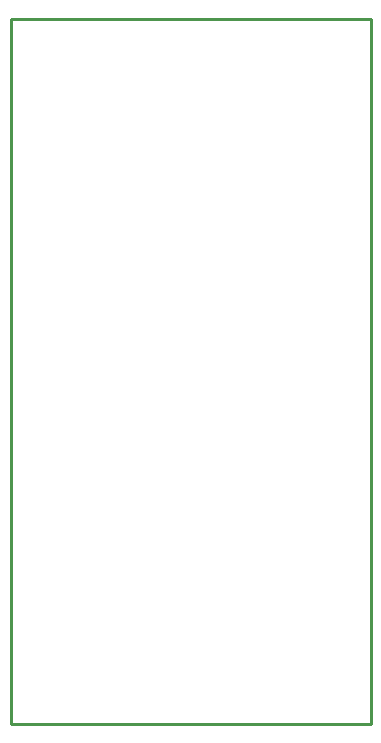
<source format=gbr>
G04 EAGLE Gerber X2 export*
%TF.Part,Single*%
%TF.FileFunction,Profile,NP*%
%TF.FilePolarity,Positive*%
%TF.GenerationSoftware,Autodesk,EAGLE,8.7.0*%
%TF.CreationDate,2018-05-23T17:39:28Z*%
G75*
%MOMM*%
%FSLAX34Y34*%
%LPD*%
%AMOC8*
5,1,8,0,0,1.08239X$1,22.5*%
G01*
%ADD10C,0.254000*%


D10*
X0Y0D02*
X304800Y0D01*
X304800Y596900D01*
X0Y596900D01*
X0Y0D01*
M02*

</source>
